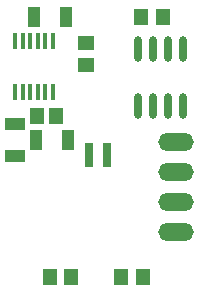
<source format=gbr>
%TF.GenerationSoftware,Altium Limited,Altium Designer,18.1.9 (240)*%
G04 Layer_Color=255*
%FSLAX45Y45*%
%MOMM*%
%TF.FileFunction,Pads,Bot*%
%TF.Part,Single*%
G01*
G75*
%TA.AperFunction,SMDPad,CuDef*%
%ADD16O,3.00000X1.52400*%
%ADD17R,1.20000X1.40000*%
%ADD18R,1.40000X1.20000*%
%ADD19R,1.10000X1.70000*%
%ADD20R,1.70000X1.10000*%
%ADD21R,0.43180X1.39700*%
%ADD22R,0.70000X2.10000*%
%ADD23O,0.60000X2.20000*%
D16*
X1547660Y1408160D02*
D03*
Y1154160D02*
D03*
Y900160D02*
D03*
Y646160D02*
D03*
D17*
X1437500Y2470000D02*
D03*
X1257500D02*
D03*
X1087500Y270000D02*
D03*
X1267500D02*
D03*
X480000D02*
D03*
X660000D02*
D03*
X537500Y1630000D02*
D03*
X377500D02*
D03*
D18*
X787500Y2245240D02*
D03*
Y2065240D02*
D03*
D19*
X615000Y2468800D02*
D03*
X345000D02*
D03*
X367500Y1430000D02*
D03*
X637500D02*
D03*
D20*
X185100Y1565000D02*
D03*
Y1295000D02*
D03*
D21*
Y1831720D02*
D03*
X251140D02*
D03*
X314640D02*
D03*
X380680D02*
D03*
X444180D02*
D03*
X510220D02*
D03*
Y2268600D02*
D03*
X444180D02*
D03*
X380680D02*
D03*
X314640D02*
D03*
X251140D02*
D03*
X185100D02*
D03*
D22*
X812500Y1300000D02*
D03*
X962500D02*
D03*
D23*
X1227000Y2200000D02*
D03*
X1354000D02*
D03*
X1481000D02*
D03*
X1608000D02*
D03*
X1227000Y1720000D02*
D03*
X1354000D02*
D03*
X1481000D02*
D03*
X1608000D02*
D03*
%TF.MD5,d707dcde3fd1ace452c61f8297008493*%
M02*

</source>
